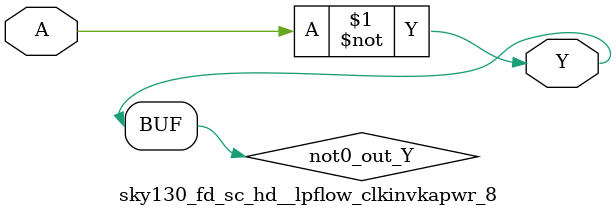
<source format=v>
/*
 * Copyright 2020 The SkyWater PDK Authors
 *
 * Licensed under the Apache License, Version 2.0 (the "License");
 * you may not use this file except in compliance with the License.
 * You may obtain a copy of the License at
 *
 *     https://www.apache.org/licenses/LICENSE-2.0
 *
 * Unless required by applicable law or agreed to in writing, software
 * distributed under the License is distributed on an "AS IS" BASIS,
 * WITHOUT WARRANTIES OR CONDITIONS OF ANY KIND, either express or implied.
 * See the License for the specific language governing permissions and
 * limitations under the License.
 *
 * SPDX-License-Identifier: Apache-2.0
*/


`ifndef SKY130_FD_SC_HD__LPFLOW_CLKINVKAPWR_8_FUNCTIONAL_V
`define SKY130_FD_SC_HD__LPFLOW_CLKINVKAPWR_8_FUNCTIONAL_V

/**
 * lpflow_clkinvkapwr: Clock tree inverter on keep-alive rail.
 *
 * Verilog simulation functional model.
 */

`timescale 1ns / 1ps
`default_nettype none

`celldefine
module sky130_fd_sc_hd__lpflow_clkinvkapwr_8 (
    Y,
    A
);

    // Module ports
    output Y;
    input  A;

    // Local signals
    wire not0_out_Y;

    //  Name  Output      Other arguments
    not not0 (not0_out_Y, A              );
    buf buf0 (Y         , not0_out_Y     );

endmodule
`endcelldefine

`default_nettype wire
`endif  // SKY130_FD_SC_HD__LPFLOW_CLKINVKAPWR_8_FUNCTIONAL_V

</source>
